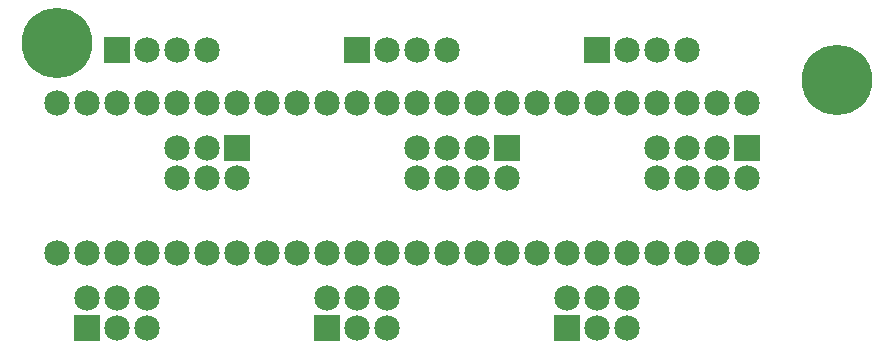
<source format=gbs>
G04 (created by PCBNEW (2013-07-07 BZR 4022)-stable) date 5/12/2014 12:12:32 PM*
%MOIN*%
G04 Gerber Fmt 3.4, Leading zero omitted, Abs format*
%FSLAX34Y34*%
G01*
G70*
G90*
G04 APERTURE LIST*
%ADD10C,0.008*%
%ADD11C,0.085*%
%ADD12R,0.085X0.085*%
%ADD13C,0.235*%
G04 APERTURE END LIST*
G54D10*
G54D11*
X46500Y-30500D03*
X47500Y-30500D03*
X48500Y-30500D03*
X49500Y-30500D03*
X50500Y-30500D03*
X51500Y-30500D03*
X52500Y-30500D03*
X53500Y-30500D03*
X53500Y-25500D03*
X52500Y-25500D03*
X51500Y-25500D03*
X50500Y-25500D03*
X49500Y-25500D03*
X48500Y-25500D03*
X47500Y-25500D03*
X46500Y-25500D03*
X38500Y-30500D03*
X39500Y-30500D03*
X40500Y-30500D03*
X41500Y-30500D03*
X42500Y-30500D03*
X43500Y-30500D03*
X44500Y-30500D03*
X45500Y-30500D03*
X45500Y-25500D03*
X44500Y-25500D03*
X43500Y-25500D03*
X42500Y-25500D03*
X41500Y-25500D03*
X40500Y-25500D03*
X39500Y-25500D03*
X38500Y-25500D03*
X30500Y-30500D03*
X31500Y-30500D03*
X32500Y-30500D03*
X33500Y-30500D03*
X34500Y-30500D03*
X35500Y-30500D03*
X36500Y-30500D03*
X37500Y-30500D03*
X37500Y-25500D03*
X36500Y-25500D03*
X35500Y-25500D03*
X34500Y-25500D03*
X33500Y-25500D03*
X32500Y-25500D03*
X31500Y-25500D03*
X30500Y-25500D03*
G54D12*
X47500Y-33000D03*
G54D11*
X47500Y-32000D03*
X48500Y-33000D03*
X48500Y-32000D03*
X49500Y-33000D03*
X49500Y-32000D03*
G54D12*
X39500Y-33000D03*
G54D11*
X39500Y-32000D03*
X40500Y-33000D03*
X40500Y-32000D03*
X41500Y-33000D03*
X41500Y-32000D03*
G54D12*
X31500Y-33000D03*
G54D11*
X31500Y-32000D03*
X32500Y-33000D03*
X32500Y-32000D03*
X33500Y-33000D03*
X33500Y-32000D03*
G54D12*
X48500Y-23750D03*
G54D11*
X49500Y-23750D03*
X50500Y-23750D03*
X51500Y-23750D03*
G54D12*
X40500Y-23750D03*
G54D11*
X41500Y-23750D03*
X42500Y-23750D03*
X43500Y-23750D03*
G54D12*
X32500Y-23750D03*
G54D11*
X33500Y-23750D03*
X34500Y-23750D03*
X35500Y-23750D03*
G54D13*
X30500Y-23500D03*
X56500Y-24750D03*
G54D12*
X53500Y-27000D03*
G54D11*
X53500Y-28000D03*
X52500Y-27000D03*
X52500Y-28000D03*
X51500Y-27000D03*
X51500Y-28000D03*
X50500Y-27000D03*
X50500Y-28000D03*
G54D12*
X45500Y-27000D03*
G54D11*
X45500Y-28000D03*
X44500Y-27000D03*
X44500Y-28000D03*
X43500Y-27000D03*
X43500Y-28000D03*
X42500Y-27000D03*
X42500Y-28000D03*
G54D12*
X36500Y-27000D03*
G54D11*
X36500Y-28000D03*
X35500Y-27000D03*
X35500Y-28000D03*
X34500Y-27000D03*
X34500Y-28000D03*
M02*

</source>
